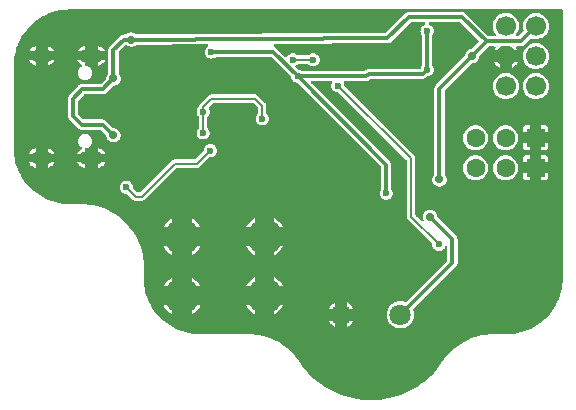
<source format=gbl>
G04 Layer: BottomLayer*
G04 EasyEDA v6.5.39, 2024-01-14 11:16:20*
G04 7225f5b682534d558e40c38ebd35b67e,4e7111fa6b144b4da7037494b399c203,10*
G04 Gerber Generator version 0.2*
G04 Scale: 100 percent, Rotated: No, Reflected: No *
G04 Dimensions in millimeters *
G04 leading zeros omitted , absolute positions ,4 integer and 5 decimal *
%FSLAX45Y45*%
%MOMM*%

%ADD10C,0.3500*%
%ADD11C,0.3000*%
%ADD12C,0.2000*%
%ADD13C,1.7000*%
%ADD14R,1.6000X1.6000*%
%ADD15C,1.6000*%
%ADD16O,1.9999959999999999X1.1999976*%
%ADD17O,1.7999964X1.1999976*%
%ADD18C,1.8000*%
%ADD19C,3.0000*%
%ADD20C,0.7000*%
%ADD21C,0.6000*%
%ADD22C,0.0176*%

%LPD*%
G36*
X3349751Y665937D02*
G01*
X3312464Y666902D01*
X3275279Y669798D01*
X3238296Y674573D01*
X3201568Y681278D01*
X3165297Y689864D01*
X3129483Y700328D01*
X3094278Y712571D01*
X3059734Y726643D01*
X3025952Y742492D01*
X2993034Y760018D01*
X2961081Y779221D01*
X2930144Y800100D01*
X2900324Y822502D01*
X2871673Y846378D01*
X2844342Y871728D01*
X2818282Y898448D01*
X2793695Y926490D01*
X2770784Y955548D01*
X2730144Y1016253D01*
X2709824Y1041603D01*
X2687929Y1065682D01*
X2664612Y1088339D01*
X2639974Y1109472D01*
X2614015Y1129080D01*
X2586939Y1147064D01*
X2558796Y1163320D01*
X2529687Y1177798D01*
X2499766Y1190447D01*
X2469083Y1201267D01*
X2437841Y1210106D01*
X2406091Y1217015D01*
X2373934Y1221994D01*
X2341575Y1224940D01*
X2309825Y1225905D01*
X1900529Y1225905D01*
X1869897Y1226870D01*
X1840280Y1229715D01*
X1810867Y1234389D01*
X1781810Y1240891D01*
X1753209Y1249222D01*
X1725168Y1259332D01*
X1697837Y1271168D01*
X1671320Y1284732D01*
X1645716Y1299921D01*
X1621078Y1316634D01*
X1597558Y1334922D01*
X1575257Y1354632D01*
X1554175Y1375714D01*
X1534515Y1398066D01*
X1516278Y1421587D01*
X1499565Y1446225D01*
X1484426Y1471879D01*
X1470914Y1498447D01*
X1459077Y1525778D01*
X1449019Y1553819D01*
X1440738Y1582420D01*
X1434287Y1611477D01*
X1429613Y1640890D01*
X1426819Y1670557D01*
X1425905Y1700530D01*
X1425905Y1799843D01*
X1424787Y1833930D01*
X1421638Y1866849D01*
X1416405Y1899462D01*
X1409141Y1931670D01*
X1399844Y1963369D01*
X1388618Y1994458D01*
X1375460Y2024735D01*
X1360373Y2054148D01*
X1343507Y2082546D01*
X1324914Y2109876D01*
X1304594Y2135936D01*
X1282700Y2160676D01*
X1259332Y2183993D01*
X1234490Y2205786D01*
X1208328Y2226005D01*
X1180998Y2244496D01*
X1152550Y2261311D01*
X1123086Y2276246D01*
X1092708Y2289302D01*
X1061618Y2300427D01*
X1029868Y2309571D01*
X997610Y2316734D01*
X964996Y2321864D01*
X932078Y2324912D01*
X899820Y2325878D01*
X800201Y2325928D01*
X769924Y2326894D01*
X740257Y2329688D01*
X710844Y2334361D01*
X681786Y2340914D01*
X653186Y2349246D01*
X625195Y2359355D01*
X597865Y2371191D01*
X571347Y2384704D01*
X545693Y2399893D01*
X521106Y2416657D01*
X497585Y2434945D01*
X475234Y2454656D01*
X454202Y2475687D01*
X434543Y2498039D01*
X416306Y2521610D01*
X399542Y2546248D01*
X384403Y2571902D01*
X370890Y2598420D01*
X359105Y2625750D01*
X349046Y2653792D01*
X340766Y2682392D01*
X334264Y2711500D01*
X329641Y2740914D01*
X326847Y2770530D01*
X325932Y2800553D01*
X325932Y3499459D01*
X326898Y3530092D01*
X329692Y3559708D01*
X334365Y3589121D01*
X340918Y3618179D01*
X349250Y3646779D01*
X359359Y3674821D01*
X371195Y3702151D01*
X384708Y3728669D01*
X399897Y3754272D01*
X416661Y3778910D01*
X434949Y3802430D01*
X454659Y3824732D01*
X475691Y3845814D01*
X498043Y3865473D01*
X521614Y3883710D01*
X546252Y3900424D01*
X571906Y3915562D01*
X598424Y3929075D01*
X625754Y3940911D01*
X653796Y3950970D01*
X682396Y3959250D01*
X711504Y3965701D01*
X740918Y3970375D01*
X770534Y3973169D01*
X800557Y3974084D01*
X4963922Y3974084D01*
X4967833Y3973322D01*
X4971084Y3971086D01*
X4973320Y3967835D01*
X4974082Y3963924D01*
X4974082Y1700530D01*
X4973116Y1669897D01*
X4970272Y1640281D01*
X4965598Y1610868D01*
X4959096Y1581810D01*
X4950764Y1553210D01*
X4940655Y1525168D01*
X4928819Y1497838D01*
X4915255Y1471320D01*
X4900066Y1445717D01*
X4883353Y1421079D01*
X4865065Y1397558D01*
X4845354Y1375257D01*
X4824272Y1354175D01*
X4801920Y1334516D01*
X4778400Y1316278D01*
X4753762Y1299565D01*
X4728108Y1284427D01*
X4701540Y1270914D01*
X4674209Y1259078D01*
X4646168Y1249019D01*
X4617567Y1240739D01*
X4588510Y1234287D01*
X4559096Y1229614D01*
X4529429Y1226820D01*
X4499457Y1225905D01*
X4390136Y1225905D01*
X4356608Y1224838D01*
X4324248Y1221740D01*
X4292092Y1216710D01*
X4260392Y1209649D01*
X4229150Y1200708D01*
X4198518Y1189786D01*
X4168597Y1177036D01*
X4139590Y1162456D01*
X4111498Y1146098D01*
X4084472Y1128014D01*
X4058615Y1108354D01*
X4033977Y1087069D01*
X4010761Y1064361D01*
X3988968Y1040231D01*
X3968292Y1014171D01*
X3929227Y955548D01*
X3905961Y926084D01*
X3881323Y898093D01*
X3855313Y871372D01*
X3827932Y846023D01*
X3799281Y822147D01*
X3769410Y799795D01*
X3738473Y778967D01*
X3706520Y759764D01*
X3673601Y742238D01*
X3639769Y726440D01*
X3605225Y712419D01*
X3570020Y700176D01*
X3534206Y689762D01*
X3497884Y681177D01*
X3461207Y674522D01*
X3424224Y669747D01*
X3387039Y666851D01*
G37*

%LPC*%
G36*
X3592728Y1274318D02*
G01*
X3607257Y1274318D01*
X3621684Y1276146D01*
X3635806Y1279804D01*
X3649319Y1285138D01*
X3662070Y1292148D01*
X3673856Y1300683D01*
X3684473Y1310690D01*
X3693769Y1321866D01*
X3701542Y1334160D01*
X3707739Y1347317D01*
X3712260Y1361186D01*
X3714953Y1375460D01*
X3715867Y1389989D01*
X3714953Y1404518D01*
X3712260Y1418793D01*
X3708755Y1429512D01*
X3708298Y1433169D01*
X3709162Y1436776D01*
X3711244Y1439824D01*
X4071823Y1800504D01*
X4076852Y1807210D01*
X4080459Y1814372D01*
X4082643Y1822043D01*
X4083405Y1830476D01*
X4083253Y2031593D01*
X4082084Y2039874D01*
X4079544Y2047493D01*
X4075633Y2054453D01*
X4070248Y2061006D01*
X3913428Y2217775D01*
X3911396Y2220671D01*
X3910533Y2224125D01*
X3910025Y2230018D01*
X3907536Y2239772D01*
X3903522Y2248966D01*
X3898036Y2257399D01*
X3891229Y2264765D01*
X3883253Y2270963D01*
X3874414Y2275738D01*
X3864914Y2278989D01*
X3855008Y2280666D01*
X3844950Y2280666D01*
X3835044Y2278989D01*
X3825544Y2275738D01*
X3816705Y2270963D01*
X3808729Y2264765D01*
X3801922Y2257399D01*
X3796436Y2248966D01*
X3792423Y2239772D01*
X3789934Y2230018D01*
X3789121Y2219960D01*
X3789934Y2209952D01*
X3792423Y2200198D01*
X3795572Y2192934D01*
X3796436Y2189073D01*
X3795725Y2185111D01*
X3793540Y2181758D01*
X3790238Y2179523D01*
X3786327Y2178710D01*
X3782415Y2179472D01*
X3779113Y2181707D01*
X3728872Y2231898D01*
X3726687Y2235200D01*
X3725926Y2239060D01*
X3725926Y2714447D01*
X3725062Y2722422D01*
X3722725Y2729585D01*
X3718915Y2736189D01*
X3715004Y2740761D01*
X3128873Y3322218D01*
X3126790Y3325164D01*
X3125876Y3328619D01*
X3125012Y3339744D01*
X3122472Y3349091D01*
X3119932Y3354628D01*
X3118967Y3358540D01*
X3119628Y3362553D01*
X3121812Y3365957D01*
X3125165Y3368243D01*
X3129127Y3369056D01*
X3309518Y3369106D01*
X3317951Y3369919D01*
X3325622Y3372256D01*
X3332683Y3376015D01*
X3339287Y3381400D01*
X3343960Y3386124D01*
X3347262Y3388309D01*
X3351123Y3389071D01*
X3789476Y3389071D01*
X3797960Y3389934D01*
X3805631Y3392220D01*
X3812692Y3396030D01*
X3819245Y3401415D01*
X3824528Y3406698D01*
X3827424Y3408730D01*
X3830828Y3409645D01*
X3834688Y3409950D01*
X3844086Y3412490D01*
X3852926Y3416604D01*
X3860901Y3422192D01*
X3867759Y3429101D01*
X3873347Y3437077D01*
X3877462Y3445865D01*
X3880002Y3455314D01*
X3880865Y3464966D01*
X3880002Y3474669D01*
X3877462Y3484118D01*
X3873347Y3492906D01*
X3867759Y3500983D01*
X3866387Y3503726D01*
X3865879Y3506774D01*
X3865879Y3753205D01*
X3866387Y3756253D01*
X3867759Y3758996D01*
X3873347Y3767074D01*
X3877462Y3775862D01*
X3880002Y3785311D01*
X3880865Y3794963D01*
X3880002Y3804665D01*
X3877462Y3814114D01*
X3873347Y3822903D01*
X3867759Y3830878D01*
X3860901Y3837787D01*
X3852926Y3843375D01*
X3845458Y3846829D01*
X3842308Y3849166D01*
X3840276Y3852468D01*
X3839616Y3856329D01*
X3840479Y3860139D01*
X3842664Y3863340D01*
X3845966Y3865473D01*
X3849776Y3866235D01*
X4098239Y3865676D01*
X4102049Y3864965D01*
X4105300Y3862832D01*
X4260748Y3711752D01*
X4263034Y3708450D01*
X4263847Y3704539D01*
X4263085Y3700576D01*
X4260850Y3697274D01*
X4207256Y3643629D01*
X4203954Y3641445D01*
X4190034Y3639007D01*
X4180535Y3635756D01*
X4171696Y3630980D01*
X4163771Y3624783D01*
X4156964Y3617417D01*
X4151477Y3608984D01*
X4147413Y3599789D01*
X4144975Y3590036D01*
X4144467Y3584244D01*
X4143552Y3580841D01*
X4141520Y3577945D01*
X3898137Y3334512D01*
X3893108Y3327806D01*
X3889552Y3320643D01*
X3887368Y3312972D01*
X3886606Y3304540D01*
X3886606Y2581402D01*
X3885895Y2577693D01*
X3883914Y2574493D01*
X3881932Y2572410D01*
X3876446Y2563977D01*
X3872433Y2554782D01*
X3869944Y2545029D01*
X3869131Y2534970D01*
X3869944Y2524963D01*
X3872433Y2515209D01*
X3876446Y2506014D01*
X3881932Y2497582D01*
X3888740Y2490216D01*
X3896715Y2484018D01*
X3905554Y2479243D01*
X3915054Y2475992D01*
X3924960Y2474315D01*
X3935018Y2474315D01*
X3944924Y2475992D01*
X3954424Y2479243D01*
X3963263Y2484018D01*
X3971239Y2490216D01*
X3978046Y2497582D01*
X3983532Y2506014D01*
X3987546Y2515209D01*
X3990035Y2524963D01*
X3990848Y2534970D01*
X3990035Y2545029D01*
X3987546Y2554782D01*
X3983532Y2563977D01*
X3978046Y2572410D01*
X3976065Y2574493D01*
X3974084Y2577693D01*
X3973423Y2581402D01*
X3973423Y3282797D01*
X3974185Y3286709D01*
X3976370Y3290011D01*
X4202734Y3516376D01*
X4206036Y3518560D01*
X4219956Y3520998D01*
X4229455Y3524250D01*
X4238294Y3529025D01*
X4246219Y3535222D01*
X4253026Y3542588D01*
X4258513Y3551021D01*
X4262577Y3560216D01*
X4265015Y3569970D01*
X4265523Y3575659D01*
X4266438Y3579063D01*
X4268470Y3582009D01*
X4345025Y3658615D01*
X4348327Y3660800D01*
X4352188Y3661562D01*
X4395470Y3661562D01*
X4399788Y3660648D01*
X4403293Y3657955D01*
X4405325Y3654044D01*
X4405477Y3649675D01*
X4403801Y3645611D01*
X4398213Y3637584D01*
X4393742Y3628948D01*
X4444187Y3628948D01*
X4444187Y3651402D01*
X4445000Y3655314D01*
X4447184Y3658615D01*
X4450486Y3660800D01*
X4454347Y3661562D01*
X4531766Y3661562D01*
X4535627Y3660800D01*
X4538929Y3658615D01*
X4541113Y3655314D01*
X4541926Y3651402D01*
X4541926Y3628948D01*
X4592370Y3628948D01*
X4587900Y3637584D01*
X4582261Y3645611D01*
X4580585Y3649675D01*
X4580788Y3654044D01*
X4582820Y3657955D01*
X4586325Y3660648D01*
X4590592Y3661562D01*
X4619599Y3661613D01*
X4627880Y3662781D01*
X4635500Y3665321D01*
X4642459Y3669233D01*
X4649012Y3674618D01*
X4701032Y3726687D01*
X4704283Y3728872D01*
X4708144Y3729634D01*
X4712106Y3728872D01*
X4725873Y3725265D01*
X4739944Y3723436D01*
X4754168Y3723436D01*
X4768240Y3725265D01*
X4782007Y3728872D01*
X4795164Y3734206D01*
X4807559Y3741165D01*
X4818938Y3749649D01*
X4829149Y3759555D01*
X4837988Y3770680D01*
X4845354Y3782822D01*
X4851095Y3795826D01*
X4855159Y3809441D01*
X4857445Y3823462D01*
X4857902Y3837635D01*
X4856530Y3851808D01*
X4853330Y3865676D01*
X4848453Y3878986D01*
X4841900Y3891584D01*
X4833721Y3903218D01*
X4824171Y3913784D01*
X4813350Y3922979D01*
X4801463Y3930700D01*
X4788662Y3936898D01*
X4775200Y3941368D01*
X4761230Y3944061D01*
X4747056Y3944975D01*
X4732883Y3944061D01*
X4718913Y3941368D01*
X4705451Y3936898D01*
X4692650Y3930700D01*
X4680712Y3922979D01*
X4669891Y3913784D01*
X4660341Y3903218D01*
X4652213Y3891584D01*
X4645660Y3878986D01*
X4640732Y3865676D01*
X4637582Y3851808D01*
X4636211Y3837635D01*
X4636668Y3823462D01*
X4638954Y3809441D01*
X4642256Y3798214D01*
X4642662Y3794607D01*
X4641799Y3791102D01*
X4639716Y3788156D01*
X4602988Y3751376D01*
X4599686Y3749192D01*
X4595774Y3748379D01*
X4587392Y3748379D01*
X4583633Y3749141D01*
X4580432Y3751173D01*
X4578197Y3754323D01*
X4577283Y3758031D01*
X4577791Y3761790D01*
X4579670Y3765143D01*
X4581906Y3767785D01*
X4589678Y3779672D01*
X4595825Y3792474D01*
X4600295Y3805986D01*
X4603038Y3819906D01*
X4603953Y3834129D01*
X4603038Y3848303D01*
X4600295Y3862222D01*
X4595825Y3875735D01*
X4589678Y3888536D01*
X4581906Y3900424D01*
X4572711Y3911244D01*
X4562195Y3920794D01*
X4550511Y3928922D01*
X4537913Y3935526D01*
X4524603Y3940403D01*
X4510735Y3943553D01*
X4496612Y3944924D01*
X4482388Y3944467D01*
X4468368Y3942232D01*
X4454753Y3938168D01*
X4441748Y3932428D01*
X4429607Y3925062D01*
X4418482Y3916172D01*
X4408627Y3906012D01*
X4400143Y3894582D01*
X4393133Y3882237D01*
X4387799Y3869029D01*
X4384192Y3855313D01*
X4382414Y3841191D01*
X4382414Y3827018D01*
X4384192Y3812895D01*
X4387799Y3799179D01*
X4393133Y3786022D01*
X4400143Y3773627D01*
X4406798Y3764635D01*
X4408627Y3760571D01*
X4408525Y3756101D01*
X4406544Y3752138D01*
X4403039Y3749395D01*
X4398670Y3748379D01*
X4351731Y3748379D01*
X4347921Y3749141D01*
X4344670Y3751275D01*
X4150309Y3940149D01*
X4142892Y3945890D01*
X4135729Y3949446D01*
X4128058Y3951681D01*
X4119626Y3952494D01*
X3668318Y3953357D01*
X3660089Y3952189D01*
X3652469Y3949649D01*
X3645509Y3945788D01*
X3638956Y3940352D01*
X3474872Y3776268D01*
X3471621Y3774084D01*
X3467760Y3773322D01*
X1366266Y3763619D01*
X1362913Y3764127D01*
X1359966Y3765753D01*
X1353261Y3770934D01*
X1344422Y3775710D01*
X1334922Y3779012D01*
X1325016Y3780637D01*
X1314958Y3780637D01*
X1305052Y3779012D01*
X1295552Y3775710D01*
X1286713Y3770934D01*
X1279753Y3765550D01*
X1276807Y3763924D01*
X1273556Y3763365D01*
X1258214Y3763314D01*
X1250086Y3762197D01*
X1242466Y3759657D01*
X1235506Y3755745D01*
X1228953Y3750360D01*
X1138174Y3659479D01*
X1133144Y3652824D01*
X1129588Y3645662D01*
X1127353Y3637991D01*
X1126591Y3629558D01*
X1126540Y3436315D01*
X1125829Y3432606D01*
X1123848Y3429406D01*
X1121968Y3427374D01*
X1116482Y3418941D01*
X1112418Y3409746D01*
X1109980Y3399993D01*
X1109472Y3394252D01*
X1108557Y3390798D01*
X1106525Y3387902D01*
X1065022Y3346348D01*
X1061720Y3344164D01*
X1057808Y3343351D01*
X902462Y3343351D01*
X897991Y3343148D01*
X894232Y3342640D01*
X890117Y3341624D01*
X886561Y3340455D01*
X882650Y3338728D01*
X879398Y3336899D01*
X875893Y3334461D01*
X872998Y3332073D01*
X869848Y3328873D01*
X798068Y3249422D01*
X793140Y3242818D01*
X789584Y3235655D01*
X787349Y3227984D01*
X786587Y3219500D01*
X786638Y3068370D01*
X787755Y3060090D01*
X790295Y3052521D01*
X794207Y3045510D01*
X799642Y3039008D01*
X870407Y2968142D01*
X877112Y2963113D01*
X884275Y2959557D01*
X891946Y2957372D01*
X900379Y2956560D01*
X1057808Y2956560D01*
X1061720Y2955798D01*
X1065022Y2953613D01*
X1106525Y2912059D01*
X1108557Y2909163D01*
X1109472Y2905709D01*
X1109980Y2899968D01*
X1112418Y2890215D01*
X1116482Y2881020D01*
X1121968Y2872587D01*
X1128776Y2865221D01*
X1136700Y2859024D01*
X1145540Y2854248D01*
X1155039Y2850997D01*
X1164996Y2849321D01*
X1175004Y2849321D01*
X1184960Y2850997D01*
X1194460Y2854248D01*
X1203299Y2859024D01*
X1211224Y2865221D01*
X1218031Y2872587D01*
X1223518Y2881020D01*
X1227582Y2890215D01*
X1230020Y2899968D01*
X1230884Y2909976D01*
X1230020Y2920034D01*
X1227582Y2929788D01*
X1223518Y2938983D01*
X1218031Y2947416D01*
X1211224Y2954782D01*
X1203299Y2960979D01*
X1194460Y2965754D01*
X1184960Y2969006D01*
X1171041Y2971444D01*
X1167739Y2973628D01*
X1109522Y3031845D01*
X1102817Y3036874D01*
X1095654Y3040430D01*
X1087983Y3042615D01*
X1079550Y3043377D01*
X922121Y3043377D01*
X918260Y3044190D01*
X914958Y3046374D01*
X876401Y3084982D01*
X874166Y3088284D01*
X873404Y3092145D01*
X873404Y3199384D01*
X874064Y3203041D01*
X876046Y3206191D01*
X918464Y3253232D01*
X921867Y3255670D01*
X926033Y3256534D01*
X1081684Y3256584D01*
X1089914Y3257753D01*
X1097534Y3260293D01*
X1104493Y3264204D01*
X1111046Y3269589D01*
X1167790Y3326333D01*
X1171092Y3328568D01*
X1184960Y3330956D01*
X1194460Y3334258D01*
X1203299Y3339033D01*
X1211224Y3345179D01*
X1218031Y3352596D01*
X1223518Y3361029D01*
X1227582Y3370224D01*
X1230020Y3379978D01*
X1230884Y3389985D01*
X1230020Y3399993D01*
X1227582Y3409746D01*
X1223518Y3418941D01*
X1218031Y3427374D01*
X1216050Y3429558D01*
X1214069Y3432759D01*
X1213358Y3436416D01*
X1213408Y3607815D01*
X1214170Y3611676D01*
X1216355Y3614978D01*
X1271219Y3669792D01*
X1274216Y3671874D01*
X1277772Y3672738D01*
X1281379Y3672332D01*
X1284630Y3670655D01*
X1286713Y3669029D01*
X1295552Y3664254D01*
X1305052Y3660952D01*
X1314958Y3659327D01*
X1325016Y3659327D01*
X1334922Y3660952D01*
X1344422Y3664254D01*
X1353261Y3669029D01*
X1360525Y3674668D01*
X1363421Y3676243D01*
X1366723Y3676802D01*
X1962912Y3679545D01*
X1967077Y3678682D01*
X1970532Y3676142D01*
X1972614Y3672433D01*
X1973021Y3668217D01*
X1971649Y3664153D01*
X1968754Y3661054D01*
X1964080Y3657752D01*
X1957222Y3650894D01*
X1951634Y3642918D01*
X1947519Y3634079D01*
X1944979Y3624681D01*
X1944116Y3614978D01*
X1944979Y3605276D01*
X1947519Y3595878D01*
X1951634Y3587038D01*
X1957222Y3579063D01*
X1964080Y3572205D01*
X1972056Y3566617D01*
X1980895Y3562502D01*
X1990293Y3559962D01*
X1999996Y3559098D01*
X2009698Y3559962D01*
X2019096Y3562502D01*
X2027936Y3566617D01*
X2035962Y3572256D01*
X2038756Y3573576D01*
X2041804Y3574084D01*
X2503830Y3574084D01*
X2507742Y3573272D01*
X2511044Y3571087D01*
X2671724Y3410458D01*
X2673705Y3407562D01*
X2674620Y3404158D01*
X2674975Y3400298D01*
X2677515Y3390900D01*
X2681630Y3382060D01*
X2687218Y3374085D01*
X2694076Y3367227D01*
X2702052Y3361639D01*
X2710891Y3357524D01*
X2720289Y3354984D01*
X2724150Y3354628D01*
X2727553Y3353714D01*
X2730449Y3351682D01*
X3436112Y2646019D01*
X3438296Y2642717D01*
X3439109Y2638856D01*
X3439109Y2461768D01*
X3438601Y2458720D01*
X3437229Y2455976D01*
X3431641Y2447899D01*
X3427526Y2439111D01*
X3424986Y2429662D01*
X3424123Y2419959D01*
X3424986Y2410307D01*
X3427526Y2400858D01*
X3431641Y2392070D01*
X3437229Y2384094D01*
X3444087Y2377186D01*
X3452063Y2371598D01*
X3460902Y2367483D01*
X3470300Y2364943D01*
X3480003Y2364130D01*
X3489706Y2364943D01*
X3499104Y2367483D01*
X3507943Y2371598D01*
X3515918Y2377186D01*
X3522776Y2384094D01*
X3528364Y2392070D01*
X3532479Y2400858D01*
X3535019Y2410307D01*
X3535883Y2419959D01*
X3535019Y2429662D01*
X3532479Y2439111D01*
X3528364Y2447899D01*
X3522726Y2455976D01*
X3521354Y2458770D01*
X3520897Y2461818D01*
X3520897Y2659481D01*
X3520084Y2667965D01*
X3517747Y2675636D01*
X3513988Y2682697D01*
X3508552Y2689250D01*
X2846120Y3351682D01*
X2843936Y3354984D01*
X2843174Y3358896D01*
X2843936Y3362756D01*
X2846120Y3366058D01*
X2849422Y3368294D01*
X2853334Y3369056D01*
X3010865Y3369056D01*
X3014827Y3368243D01*
X3018180Y3365957D01*
X3020364Y3362553D01*
X3021025Y3358540D01*
X3020060Y3354628D01*
X3017520Y3349091D01*
X3014980Y3339693D01*
X3014116Y3329990D01*
X3014980Y3320287D01*
X3017520Y3310890D01*
X3021634Y3302050D01*
X3027222Y3294075D01*
X3034080Y3287217D01*
X3042056Y3281629D01*
X3050895Y3277514D01*
X3060293Y3274974D01*
X3070250Y3274161D01*
X3074568Y3273552D01*
X3078276Y3271215D01*
X3651097Y2703017D01*
X3653282Y2699715D01*
X3654094Y2695803D01*
X3654094Y2220518D01*
X3654907Y2212543D01*
X3657244Y2205431D01*
X3661054Y2198827D01*
X3664864Y2194306D01*
X3866184Y1993087D01*
X3868521Y1989378D01*
X3869131Y1984959D01*
X3869944Y1975307D01*
X3872484Y1965858D01*
X3876598Y1957070D01*
X3882186Y1949094D01*
X3889095Y1942185D01*
X3897071Y1936597D01*
X3905859Y1932482D01*
X3915308Y1929942D01*
X3925011Y1929130D01*
X3934663Y1929942D01*
X3944112Y1932482D01*
X3952900Y1936597D01*
X3960876Y1942185D01*
X3967784Y1949094D01*
X3973372Y1957070D01*
X3977132Y1965147D01*
X3979418Y1968296D01*
X3982770Y1970328D01*
X3986580Y1970989D01*
X3990390Y1970125D01*
X3993591Y1967941D01*
X3995775Y1964689D01*
X3996486Y1960829D01*
X3996588Y1852168D01*
X3995775Y1848307D01*
X3993591Y1845005D01*
X3649878Y1501241D01*
X3646627Y1499057D01*
X3642817Y1498244D01*
X3638956Y1498955D01*
X3635806Y1500225D01*
X3621684Y1503832D01*
X3607257Y1505661D01*
X3592728Y1505661D01*
X3578301Y1503832D01*
X3564178Y1500225D01*
X3550665Y1494840D01*
X3537915Y1487830D01*
X3526129Y1479296D01*
X3515512Y1469339D01*
X3506215Y1458112D01*
X3498443Y1445818D01*
X3492246Y1432661D01*
X3487724Y1418793D01*
X3485032Y1404518D01*
X3484118Y1389989D01*
X3485032Y1375460D01*
X3487724Y1361186D01*
X3492246Y1347317D01*
X3498443Y1334160D01*
X3506215Y1321866D01*
X3515512Y1310690D01*
X3526129Y1300683D01*
X3537915Y1292148D01*
X3550665Y1285138D01*
X3564178Y1279804D01*
X3578301Y1276146D01*
G37*
G36*
X3151327Y1286256D02*
G01*
X3162096Y1292148D01*
X3173882Y1300683D01*
X3184448Y1310690D01*
X3193745Y1321866D01*
X3201568Y1334160D01*
X3203651Y1338630D01*
X3151327Y1338630D01*
G37*
G36*
X3048660Y1286256D02*
G01*
X3048660Y1338630D01*
X2996336Y1338630D01*
X2998419Y1334160D01*
X3006242Y1321866D01*
X3015538Y1310690D01*
X3026105Y1300683D01*
X3037890Y1292148D01*
G37*
G36*
X2368651Y1394256D02*
G01*
X2368651Y1468628D01*
X2294280Y1468628D01*
X2299208Y1459433D01*
X2309317Y1444447D01*
X2320899Y1430528D01*
X2333853Y1417878D01*
X2348077Y1406652D01*
X2363368Y1396898D01*
G37*
G36*
X1831339Y1394256D02*
G01*
X1836623Y1396898D01*
X1851914Y1406652D01*
X1866138Y1417878D01*
X1879092Y1430528D01*
X1890674Y1444447D01*
X1900783Y1459433D01*
X1905711Y1468628D01*
X1831339Y1468628D01*
G37*
G36*
X1668627Y1394256D02*
G01*
X1668627Y1468628D01*
X1594307Y1468628D01*
X1599184Y1459433D01*
X1609293Y1444447D01*
X1620926Y1430528D01*
X1633880Y1417878D01*
X1648104Y1406652D01*
X1663344Y1396898D01*
G37*
G36*
X2531364Y1394256D02*
G01*
X2536647Y1396898D01*
X2551887Y1406652D01*
X2566111Y1417878D01*
X2579065Y1430528D01*
X2590698Y1444447D01*
X2600807Y1459433D01*
X2605684Y1468628D01*
X2531364Y1468628D01*
G37*
G36*
X3151327Y1441348D02*
G01*
X3203651Y1441348D01*
X3201568Y1445818D01*
X3193745Y1458112D01*
X3184448Y1469339D01*
X3173882Y1479296D01*
X3162096Y1487830D01*
X3151327Y1493774D01*
G37*
G36*
X2996336Y1441348D02*
G01*
X3048660Y1441348D01*
X3048660Y1493774D01*
X3037890Y1487830D01*
X3026105Y1479296D01*
X3015538Y1469339D01*
X3006242Y1458112D01*
X2998419Y1445818D01*
G37*
G36*
X2294128Y1631340D02*
G01*
X2368651Y1631340D01*
X2368651Y1705813D01*
X2355596Y1698396D01*
X2340813Y1687931D01*
X2327249Y1675942D01*
X2314905Y1662684D01*
X2304084Y1648206D01*
X2294737Y1632661D01*
G37*
G36*
X1831339Y1631340D02*
G01*
X1905863Y1631340D01*
X1905254Y1632661D01*
X1895906Y1648206D01*
X1885086Y1662684D01*
X1872742Y1675942D01*
X1859178Y1687931D01*
X1844395Y1698396D01*
X1831339Y1705813D01*
G37*
G36*
X1594104Y1631340D02*
G01*
X1668627Y1631340D01*
X1668627Y1705813D01*
X1655572Y1698396D01*
X1640839Y1687931D01*
X1627225Y1675942D01*
X1614932Y1662684D01*
X1604060Y1648206D01*
X1594713Y1632661D01*
G37*
G36*
X2531364Y1631340D02*
G01*
X2605887Y1631340D01*
X2605278Y1632661D01*
X2595930Y1648206D01*
X2585059Y1662684D01*
X2572766Y1675942D01*
X2559151Y1687931D01*
X2544419Y1698396D01*
X2531364Y1705813D01*
G37*
G36*
X2531364Y1894281D02*
G01*
X2536647Y1896922D01*
X2551887Y1906625D01*
X2566111Y1917852D01*
X2579065Y1930501D01*
X2590698Y1944420D01*
X2600807Y1959457D01*
X2605684Y1968652D01*
X2531364Y1968652D01*
G37*
G36*
X1831339Y1894281D02*
G01*
X1836623Y1896922D01*
X1851914Y1906625D01*
X1866138Y1917852D01*
X1879092Y1930501D01*
X1890674Y1944420D01*
X1900783Y1959457D01*
X1905711Y1968652D01*
X1831339Y1968652D01*
G37*
G36*
X1668627Y1894281D02*
G01*
X1668627Y1968652D01*
X1594307Y1968652D01*
X1599184Y1959457D01*
X1609293Y1944420D01*
X1620926Y1930501D01*
X1633880Y1917852D01*
X1648104Y1906625D01*
X1663344Y1896922D01*
G37*
G36*
X2368651Y1894281D02*
G01*
X2368651Y1968652D01*
X2294280Y1968652D01*
X2299208Y1959457D01*
X2309317Y1944420D01*
X2320899Y1930501D01*
X2333853Y1917852D01*
X2348077Y1906625D01*
X2363368Y1896922D01*
G37*
G36*
X2531364Y2131364D02*
G01*
X2605887Y2131364D01*
X2605278Y2132685D01*
X2595930Y2148179D01*
X2585059Y2162657D01*
X2572766Y2175967D01*
X2559151Y2187905D01*
X2544419Y2198420D01*
X2531364Y2205786D01*
G37*
G36*
X1831339Y2131364D02*
G01*
X1905863Y2131364D01*
X1905254Y2132685D01*
X1895906Y2148179D01*
X1885086Y2162657D01*
X1872742Y2175967D01*
X1859178Y2187905D01*
X1844395Y2198420D01*
X1831339Y2205786D01*
G37*
G36*
X1594104Y2131364D02*
G01*
X1668627Y2131364D01*
X1668627Y2205786D01*
X1655572Y2198420D01*
X1640839Y2187905D01*
X1627225Y2175967D01*
X1614932Y2162657D01*
X1604060Y2148179D01*
X1594713Y2132685D01*
G37*
G36*
X2294128Y2131364D02*
G01*
X2368651Y2131364D01*
X2368651Y2205786D01*
X2355596Y2198420D01*
X2340813Y2187905D01*
X2327249Y2175967D01*
X2314905Y2162657D01*
X2304084Y2148179D01*
X2294737Y2132685D01*
G37*
G36*
X1360373Y2354072D02*
G01*
X1409446Y2354072D01*
X1417472Y2354935D01*
X1424584Y2357221D01*
X1431188Y2361082D01*
X1435658Y2364892D01*
X1701901Y2631135D01*
X1705203Y2633319D01*
X1709064Y2634081D01*
X1879447Y2634081D01*
X1887474Y2634945D01*
X1894586Y2637231D01*
X1901189Y2641041D01*
X1905660Y2644902D01*
X1981962Y2721203D01*
X1985670Y2723540D01*
X1989988Y2724150D01*
X1999691Y2724962D01*
X2009089Y2727502D01*
X2017928Y2731617D01*
X2025904Y2737205D01*
X2032762Y2744114D01*
X2038350Y2752090D01*
X2042464Y2760878D01*
X2045004Y2770327D01*
X2045868Y2779979D01*
X2045004Y2789682D01*
X2042464Y2799130D01*
X2038350Y2807919D01*
X2032762Y2815894D01*
X2025904Y2822803D01*
X2017928Y2828391D01*
X2009089Y2832506D01*
X1999691Y2835046D01*
X1989988Y2835859D01*
X1980285Y2835046D01*
X1970887Y2832506D01*
X1962048Y2828391D01*
X1954072Y2822803D01*
X1947214Y2815894D01*
X1941626Y2807919D01*
X1937512Y2799130D01*
X1934972Y2789682D01*
X1933549Y2775661D01*
X1931162Y2771952D01*
X1868119Y2708859D01*
X1864817Y2706674D01*
X1860905Y2705912D01*
X1690522Y2705912D01*
X1682546Y2705049D01*
X1675434Y2702763D01*
X1668830Y2698953D01*
X1664309Y2695092D01*
X1398117Y2428900D01*
X1394815Y2426665D01*
X1390904Y2425903D01*
X1379067Y2425903D01*
X1375206Y2426665D01*
X1371904Y2428900D01*
X1338834Y2461971D01*
X1336446Y2465628D01*
X1335024Y2479700D01*
X1332484Y2489098D01*
X1328369Y2497937D01*
X1322781Y2505913D01*
X1315923Y2512771D01*
X1307947Y2518359D01*
X1299108Y2522474D01*
X1289710Y2525014D01*
X1280007Y2525877D01*
X1270304Y2525014D01*
X1260906Y2522474D01*
X1252067Y2518359D01*
X1244092Y2512771D01*
X1237234Y2505913D01*
X1231646Y2497937D01*
X1227531Y2489098D01*
X1224991Y2479700D01*
X1224127Y2469997D01*
X1224991Y2460294D01*
X1227531Y2450896D01*
X1231646Y2442057D01*
X1237234Y2434082D01*
X1244092Y2427224D01*
X1252067Y2421636D01*
X1260906Y2417521D01*
X1270304Y2414981D01*
X1284325Y2413558D01*
X1288034Y2411171D01*
X1334211Y2364994D01*
X1340459Y2359914D01*
X1347165Y2356510D01*
X1354531Y2354529D01*
G37*
G36*
X4790287Y2527046D02*
G01*
X4823409Y2527046D01*
X4829708Y2527757D01*
X4835194Y2529687D01*
X4840071Y2532735D01*
X4844186Y2536850D01*
X4847234Y2541727D01*
X4849164Y2547213D01*
X4849876Y2553512D01*
X4849876Y2586634D01*
X4790287Y2586634D01*
G37*
G36*
X4664506Y2527046D02*
G01*
X4697628Y2527046D01*
X4697628Y2586634D01*
X4638040Y2586634D01*
X4638040Y2553512D01*
X4638751Y2547213D01*
X4640681Y2541727D01*
X4643729Y2536850D01*
X4647844Y2532735D01*
X4652721Y2529687D01*
X4658207Y2527757D01*
G37*
G36*
X4235958Y2527096D02*
G01*
X4249775Y2527960D01*
X4263339Y2530703D01*
X4276496Y2535123D01*
X4288891Y2541270D01*
X4300423Y2548940D01*
X4310837Y2558084D01*
X4319981Y2568498D01*
X4327652Y2580030D01*
X4333798Y2592425D01*
X4338218Y2605582D01*
X4340961Y2619146D01*
X4341825Y2632964D01*
X4340961Y2646781D01*
X4338218Y2660345D01*
X4333798Y2673502D01*
X4327652Y2685897D01*
X4319981Y2697429D01*
X4310837Y2707843D01*
X4300423Y2716987D01*
X4288891Y2724658D01*
X4276496Y2730804D01*
X4263339Y2735224D01*
X4249775Y2737967D01*
X4235958Y2738831D01*
X4222140Y2737967D01*
X4208576Y2735224D01*
X4195419Y2730804D01*
X4183024Y2724658D01*
X4171492Y2716987D01*
X4161078Y2707843D01*
X4151934Y2697429D01*
X4144264Y2685897D01*
X4138117Y2673502D01*
X4133697Y2660345D01*
X4130954Y2646781D01*
X4130090Y2632964D01*
X4130954Y2619146D01*
X4133697Y2605582D01*
X4138117Y2592425D01*
X4144264Y2580030D01*
X4151934Y2568498D01*
X4161078Y2558084D01*
X4171492Y2548940D01*
X4183024Y2541270D01*
X4195419Y2535123D01*
X4208576Y2530703D01*
X4222140Y2527960D01*
G37*
G36*
X4489958Y2527096D02*
G01*
X4503775Y2527960D01*
X4517339Y2530703D01*
X4530496Y2535123D01*
X4542891Y2541270D01*
X4554423Y2548940D01*
X4564837Y2558084D01*
X4573981Y2568498D01*
X4581652Y2580030D01*
X4587798Y2592425D01*
X4592218Y2605582D01*
X4594961Y2619146D01*
X4595825Y2632964D01*
X4594961Y2646781D01*
X4592218Y2660345D01*
X4587798Y2673502D01*
X4581652Y2685897D01*
X4573981Y2697429D01*
X4564837Y2707843D01*
X4554423Y2716987D01*
X4542891Y2724658D01*
X4530496Y2730804D01*
X4517339Y2735224D01*
X4503775Y2737967D01*
X4489958Y2738831D01*
X4476140Y2737967D01*
X4462576Y2735224D01*
X4449419Y2730804D01*
X4437024Y2724658D01*
X4425492Y2716987D01*
X4415078Y2707843D01*
X4405934Y2697429D01*
X4398264Y2685897D01*
X4392117Y2673502D01*
X4387697Y2660345D01*
X4384954Y2646781D01*
X4384090Y2632964D01*
X4384954Y2619146D01*
X4387697Y2605582D01*
X4392117Y2592425D01*
X4398264Y2580030D01*
X4405934Y2568498D01*
X4415078Y2558084D01*
X4425492Y2548940D01*
X4437024Y2541270D01*
X4449419Y2535123D01*
X4462576Y2530703D01*
X4476140Y2527960D01*
G37*
G36*
X1038860Y2633370D02*
G01*
X1046683Y2635097D01*
X1058164Y2639364D01*
X1068933Y2645257D01*
X1078738Y2652572D01*
X1087424Y2661259D01*
X1094740Y2671064D01*
X1100277Y2681122D01*
X1038860Y2681122D01*
G37*
G36*
X926134Y2633370D02*
G01*
X926134Y2681122D01*
X864768Y2681122D01*
X870254Y2671064D01*
X877569Y2661259D01*
X886256Y2652572D01*
X896061Y2645257D01*
X906830Y2639364D01*
X918311Y2635097D01*
G37*
G36*
X613867Y2634488D02*
G01*
X616712Y2635097D01*
X628192Y2639364D01*
X638911Y2645257D01*
X648766Y2652572D01*
X657402Y2661259D01*
X664768Y2671064D01*
X670255Y2681122D01*
X613867Y2681122D01*
G37*
G36*
X511149Y2634488D02*
G01*
X511149Y2681122D01*
X454761Y2681122D01*
X460248Y2671064D01*
X467614Y2661259D01*
X476250Y2652572D01*
X486054Y2645257D01*
X496824Y2639364D01*
X508304Y2635097D01*
G37*
G36*
X4790287Y2679293D02*
G01*
X4849876Y2679293D01*
X4849876Y2712415D01*
X4849164Y2718714D01*
X4847234Y2724200D01*
X4844186Y2729077D01*
X4840071Y2733192D01*
X4835194Y2736240D01*
X4829708Y2738170D01*
X4823409Y2738882D01*
X4790287Y2738882D01*
G37*
G36*
X4638040Y2679293D02*
G01*
X4697628Y2679293D01*
X4697628Y2738882D01*
X4664506Y2738882D01*
X4658207Y2738170D01*
X4652721Y2736240D01*
X4647844Y2733192D01*
X4643729Y2729077D01*
X4640681Y2724200D01*
X4638751Y2718714D01*
X4638040Y2712415D01*
G37*
G36*
X454761Y2753817D02*
G01*
X511149Y2753817D01*
X511149Y2800502D01*
X508304Y2799892D01*
X496824Y2795625D01*
X486054Y2789732D01*
X476250Y2782366D01*
X467614Y2773730D01*
X460248Y2763926D01*
G37*
G36*
X613867Y2753817D02*
G01*
X670255Y2753817D01*
X664768Y2763926D01*
X657402Y2773730D01*
X648766Y2782366D01*
X638911Y2789732D01*
X628192Y2795625D01*
X616712Y2799892D01*
X613867Y2800502D01*
G37*
G36*
X1038860Y2753817D02*
G01*
X1100277Y2753817D01*
X1094740Y2763926D01*
X1087424Y2773730D01*
X1078738Y2782366D01*
X1068933Y2789732D01*
X1058164Y2795625D01*
X1046683Y2799892D01*
X1038860Y2801620D01*
G37*
G36*
X864768Y2753817D02*
G01*
X926134Y2753817D01*
X926134Y2790139D01*
X926795Y2793644D01*
X928573Y2796743D01*
X931316Y2798978D01*
X934669Y2800197D01*
X945438Y2801975D01*
X954938Y2805226D01*
X963777Y2810002D01*
X971753Y2816199D01*
X978560Y2823565D01*
X984046Y2831998D01*
X988060Y2841193D01*
X990549Y2850946D01*
X991362Y2860954D01*
X990549Y2871012D01*
X988060Y2880766D01*
X984046Y2889961D01*
X978560Y2898394D01*
X971753Y2905760D01*
X963777Y2911957D01*
X954938Y2916732D01*
X945438Y2919984D01*
X935532Y2921660D01*
X925474Y2921660D01*
X915568Y2919984D01*
X906068Y2916732D01*
X897229Y2911957D01*
X889253Y2905760D01*
X882446Y2898394D01*
X876960Y2889961D01*
X872947Y2880766D01*
X870458Y2871012D01*
X869645Y2860954D01*
X870458Y2850946D01*
X872947Y2841193D01*
X876960Y2831998D01*
X882446Y2823565D01*
X889253Y2816199D01*
X897229Y2810002D01*
X898855Y2809138D01*
X902157Y2806293D01*
X903935Y2802382D01*
X903935Y2798064D01*
X902157Y2794101D01*
X898906Y2791256D01*
X896061Y2789732D01*
X886256Y2782366D01*
X877569Y2773730D01*
X870254Y2763926D01*
G37*
G36*
X4790287Y2781046D02*
G01*
X4823409Y2781046D01*
X4829708Y2781757D01*
X4835194Y2783687D01*
X4840071Y2786735D01*
X4844186Y2790850D01*
X4847234Y2795727D01*
X4849164Y2801213D01*
X4849876Y2807512D01*
X4849876Y2840634D01*
X4790287Y2840634D01*
G37*
G36*
X4664506Y2781046D02*
G01*
X4697628Y2781046D01*
X4697628Y2840634D01*
X4638040Y2840634D01*
X4638040Y2807512D01*
X4638751Y2801213D01*
X4640681Y2795727D01*
X4643729Y2790850D01*
X4647844Y2786735D01*
X4652721Y2783687D01*
X4658207Y2781757D01*
G37*
G36*
X4235958Y2781096D02*
G01*
X4249775Y2781960D01*
X4263339Y2784703D01*
X4276496Y2789123D01*
X4288891Y2795270D01*
X4300423Y2802940D01*
X4310837Y2812084D01*
X4319981Y2822498D01*
X4327652Y2834030D01*
X4333798Y2846425D01*
X4338218Y2859582D01*
X4340961Y2873146D01*
X4341825Y2886964D01*
X4340961Y2900781D01*
X4338218Y2914345D01*
X4333798Y2927502D01*
X4327652Y2939897D01*
X4319981Y2951429D01*
X4310837Y2961843D01*
X4300423Y2970987D01*
X4288891Y2978658D01*
X4276496Y2984804D01*
X4263339Y2989224D01*
X4249775Y2991967D01*
X4235958Y2992831D01*
X4222140Y2991967D01*
X4208576Y2989224D01*
X4195419Y2984804D01*
X4183024Y2978658D01*
X4171492Y2970987D01*
X4161078Y2961843D01*
X4151934Y2951429D01*
X4144264Y2939897D01*
X4138117Y2927502D01*
X4133697Y2914345D01*
X4130954Y2900781D01*
X4130090Y2886964D01*
X4130954Y2873146D01*
X4133697Y2859582D01*
X4138117Y2846425D01*
X4144264Y2834030D01*
X4151934Y2822498D01*
X4161078Y2812084D01*
X4171492Y2802940D01*
X4183024Y2795270D01*
X4195419Y2789123D01*
X4208576Y2784703D01*
X4222140Y2781960D01*
G37*
G36*
X4489958Y2781096D02*
G01*
X4503775Y2781960D01*
X4517339Y2784703D01*
X4530496Y2789123D01*
X4542891Y2795270D01*
X4554423Y2802940D01*
X4564837Y2812084D01*
X4573981Y2822498D01*
X4581652Y2834030D01*
X4587798Y2846425D01*
X4592218Y2859582D01*
X4594961Y2873146D01*
X4595825Y2886964D01*
X4594961Y2900781D01*
X4592218Y2914345D01*
X4587798Y2927502D01*
X4581652Y2939897D01*
X4573981Y2951429D01*
X4564837Y2961843D01*
X4554423Y2970987D01*
X4542891Y2978658D01*
X4530496Y2984804D01*
X4517339Y2989224D01*
X4503775Y2991967D01*
X4489958Y2992831D01*
X4476140Y2991967D01*
X4462576Y2989224D01*
X4449419Y2984804D01*
X4437024Y2978658D01*
X4425492Y2970987D01*
X4415078Y2961843D01*
X4405934Y2951429D01*
X4398264Y2939897D01*
X4392117Y2927502D01*
X4387697Y2914345D01*
X4384954Y2900781D01*
X4384090Y2886964D01*
X4384954Y2873146D01*
X4387697Y2859582D01*
X4392117Y2846425D01*
X4398264Y2834030D01*
X4405934Y2822498D01*
X4415078Y2812084D01*
X4425492Y2802940D01*
X4437024Y2795270D01*
X4449419Y2789123D01*
X4462576Y2784703D01*
X4476140Y2781960D01*
G37*
G36*
X1929993Y2874111D02*
G01*
X1939696Y2874975D01*
X1949094Y2877515D01*
X1957933Y2881630D01*
X1965909Y2887218D01*
X1972767Y2894076D01*
X1978355Y2902051D01*
X1982470Y2910890D01*
X1985010Y2920288D01*
X1985873Y2929991D01*
X1985010Y2939694D01*
X1982470Y2949092D01*
X1978355Y2957931D01*
X1972767Y2965907D01*
X1968855Y2969818D01*
X1966671Y2973120D01*
X1965909Y2976981D01*
X1965909Y3062986D01*
X1966671Y3066897D01*
X1968855Y3070199D01*
X1972767Y3074111D01*
X1978355Y3082086D01*
X1982470Y3090875D01*
X1985010Y3100324D01*
X1985873Y3109976D01*
X1985010Y3119678D01*
X1982470Y3129127D01*
X1978304Y3138068D01*
X1977389Y3142081D01*
X1978101Y3146094D01*
X1980336Y3149549D01*
X2011883Y3181096D01*
X2015185Y3183331D01*
X2019096Y3184093D01*
X2350922Y3184093D01*
X2354783Y3183331D01*
X2358085Y3181096D01*
X2391105Y3148076D01*
X2393289Y3144824D01*
X2394102Y3140913D01*
X2394102Y3096971D01*
X2393289Y3093110D01*
X2391105Y3089808D01*
X2387193Y3085896D01*
X2381605Y3077921D01*
X2377490Y3069082D01*
X2374950Y3059684D01*
X2374138Y3049981D01*
X2374950Y3040278D01*
X2377490Y3030880D01*
X2381605Y3022041D01*
X2387193Y3014065D01*
X2394102Y3007207D01*
X2402078Y3001619D01*
X2410866Y2997504D01*
X2420315Y2994964D01*
X2430018Y2994101D01*
X2439670Y2994964D01*
X2449118Y2997504D01*
X2457907Y3001619D01*
X2465882Y3007207D01*
X2472791Y3014065D01*
X2478379Y3022041D01*
X2482494Y3030880D01*
X2485034Y3040278D01*
X2485847Y3049981D01*
X2485034Y3059684D01*
X2482494Y3069082D01*
X2478379Y3077921D01*
X2472791Y3085896D01*
X2468880Y3089808D01*
X2466695Y3093110D01*
X2465882Y3096971D01*
X2465882Y3159455D01*
X2465070Y3167430D01*
X2462733Y3174593D01*
X2458923Y3181197D01*
X2455113Y3185668D01*
X2395778Y3245002D01*
X2389530Y3250082D01*
X2382824Y3253486D01*
X2375458Y3255416D01*
X2369616Y3255924D01*
X2000504Y3255924D01*
X1992528Y3255060D01*
X1985416Y3252724D01*
X1978812Y3248914D01*
X1974342Y3245104D01*
X1905000Y3175762D01*
X1899920Y3169513D01*
X1896516Y3162858D01*
X1894433Y3155086D01*
X1893417Y3152648D01*
X1891842Y3150514D01*
X1887220Y3145891D01*
X1881632Y3137916D01*
X1877517Y3129127D01*
X1874977Y3119678D01*
X1874113Y3109976D01*
X1874977Y3100324D01*
X1877517Y3090875D01*
X1881632Y3082086D01*
X1887220Y3074111D01*
X1891131Y3070148D01*
X1893316Y3066897D01*
X1894078Y3062986D01*
X1894078Y2976981D01*
X1893316Y2973120D01*
X1891131Y2969818D01*
X1887220Y2965907D01*
X1881632Y2957931D01*
X1877517Y2949092D01*
X1874977Y2939694D01*
X1874113Y2929991D01*
X1874977Y2920288D01*
X1877517Y2910890D01*
X1881632Y2902051D01*
X1887220Y2894076D01*
X1894078Y2887218D01*
X1902053Y2881630D01*
X1910892Y2877515D01*
X1920290Y2874975D01*
G37*
G36*
X4790287Y2933293D02*
G01*
X4849876Y2933293D01*
X4849876Y2966415D01*
X4849164Y2972714D01*
X4847234Y2978200D01*
X4844186Y2983077D01*
X4840071Y2987192D01*
X4835194Y2990240D01*
X4829708Y2992170D01*
X4823409Y2992882D01*
X4790287Y2992882D01*
G37*
G36*
X4638040Y2933293D02*
G01*
X4697628Y2933293D01*
X4697628Y2992882D01*
X4664506Y2992882D01*
X4658207Y2992170D01*
X4652721Y2990240D01*
X4647844Y2987192D01*
X4643729Y2983077D01*
X4640681Y2978200D01*
X4638751Y2972714D01*
X4638040Y2966415D01*
G37*
G36*
X4485944Y3215436D02*
G01*
X4500168Y3215436D01*
X4514240Y3217265D01*
X4528007Y3220872D01*
X4541164Y3226206D01*
X4553559Y3233166D01*
X4564938Y3241649D01*
X4575149Y3251555D01*
X4583988Y3262680D01*
X4591354Y3274822D01*
X4597095Y3287826D01*
X4601159Y3301441D01*
X4603445Y3315462D01*
X4603902Y3329635D01*
X4602530Y3343808D01*
X4599330Y3357676D01*
X4594453Y3370986D01*
X4587900Y3383584D01*
X4579721Y3395218D01*
X4570171Y3405784D01*
X4559350Y3414979D01*
X4547463Y3422700D01*
X4534662Y3428898D01*
X4521200Y3433368D01*
X4507230Y3436061D01*
X4493056Y3436975D01*
X4478883Y3436061D01*
X4464913Y3433368D01*
X4451451Y3428898D01*
X4438650Y3422700D01*
X4426712Y3414979D01*
X4415891Y3405784D01*
X4406341Y3395218D01*
X4398213Y3383584D01*
X4391660Y3370986D01*
X4386732Y3357676D01*
X4383582Y3343808D01*
X4382211Y3329635D01*
X4382668Y3315462D01*
X4384954Y3301441D01*
X4388967Y3287826D01*
X4394758Y3274822D01*
X4402124Y3262680D01*
X4410964Y3251555D01*
X4421174Y3241649D01*
X4432554Y3233166D01*
X4444949Y3226206D01*
X4458106Y3220872D01*
X4471873Y3217265D01*
G37*
G36*
X4739944Y3215436D02*
G01*
X4754168Y3215436D01*
X4768240Y3217265D01*
X4782007Y3220872D01*
X4795164Y3226206D01*
X4807559Y3233166D01*
X4818938Y3241649D01*
X4829149Y3251555D01*
X4837988Y3262680D01*
X4845354Y3274822D01*
X4851095Y3287826D01*
X4855159Y3301441D01*
X4857445Y3315462D01*
X4857902Y3329635D01*
X4856530Y3343808D01*
X4853330Y3357676D01*
X4848453Y3370986D01*
X4841900Y3383584D01*
X4833721Y3395218D01*
X4824171Y3405784D01*
X4813350Y3414979D01*
X4801463Y3422700D01*
X4788662Y3428898D01*
X4775200Y3433368D01*
X4761230Y3436061D01*
X4747056Y3436975D01*
X4732883Y3436061D01*
X4718913Y3433368D01*
X4705451Y3428898D01*
X4692650Y3422700D01*
X4680712Y3414979D01*
X4669891Y3405784D01*
X4660341Y3395218D01*
X4652213Y3383584D01*
X4645660Y3370986D01*
X4640732Y3357676D01*
X4637582Y3343808D01*
X4636211Y3329635D01*
X4636668Y3315462D01*
X4638954Y3301441D01*
X4642967Y3287826D01*
X4648758Y3274822D01*
X4656124Y3262680D01*
X4664964Y3251555D01*
X4675174Y3241649D01*
X4686554Y3233166D01*
X4698949Y3226206D01*
X4712106Y3220872D01*
X4725873Y3217265D01*
G37*
G36*
X925474Y3378301D02*
G01*
X935532Y3378301D01*
X945438Y3379978D01*
X954938Y3383229D01*
X963777Y3388004D01*
X971753Y3394201D01*
X978560Y3401568D01*
X984046Y3410000D01*
X988060Y3419195D01*
X990549Y3428949D01*
X991362Y3438956D01*
X990549Y3449015D01*
X988060Y3458768D01*
X984046Y3467963D01*
X978560Y3476396D01*
X971753Y3483762D01*
X963777Y3489960D01*
X954938Y3494735D01*
X945438Y3497986D01*
X934669Y3499764D01*
X931316Y3500983D01*
X928573Y3503218D01*
X926795Y3506317D01*
X926134Y3509822D01*
X926134Y3546144D01*
X864768Y3546144D01*
X870254Y3536035D01*
X877620Y3526231D01*
X886256Y3517595D01*
X896061Y3510229D01*
X898906Y3508705D01*
X902157Y3505860D01*
X903986Y3501898D01*
X903935Y3497579D01*
X902157Y3493668D01*
X898855Y3490823D01*
X897229Y3489960D01*
X889253Y3483762D01*
X882446Y3476396D01*
X876960Y3467963D01*
X872947Y3458768D01*
X870458Y3449015D01*
X869645Y3438956D01*
X870458Y3428949D01*
X872947Y3419195D01*
X876960Y3410000D01*
X882446Y3401568D01*
X889253Y3394201D01*
X897229Y3388004D01*
X906068Y3383229D01*
X915568Y3379978D01*
G37*
G36*
X4739944Y3469436D02*
G01*
X4754168Y3469436D01*
X4768240Y3471265D01*
X4782007Y3474872D01*
X4795164Y3480206D01*
X4807559Y3487165D01*
X4818938Y3495649D01*
X4829149Y3505555D01*
X4837988Y3516680D01*
X4845354Y3528822D01*
X4851095Y3541826D01*
X4855159Y3555441D01*
X4857445Y3569462D01*
X4857902Y3583635D01*
X4856530Y3597808D01*
X4853330Y3611676D01*
X4848453Y3624986D01*
X4841900Y3637584D01*
X4833721Y3649218D01*
X4824171Y3659784D01*
X4813350Y3668979D01*
X4801463Y3676700D01*
X4788662Y3682898D01*
X4775200Y3687368D01*
X4761230Y3690061D01*
X4747056Y3690975D01*
X4732883Y3690061D01*
X4718913Y3687368D01*
X4705451Y3682898D01*
X4692650Y3676700D01*
X4680712Y3668979D01*
X4669891Y3659784D01*
X4660341Y3649218D01*
X4652213Y3637584D01*
X4645660Y3624986D01*
X4640732Y3611676D01*
X4637582Y3597808D01*
X4636211Y3583635D01*
X4636668Y3569462D01*
X4638954Y3555441D01*
X4642967Y3541826D01*
X4648758Y3528822D01*
X4656124Y3516680D01*
X4664964Y3505555D01*
X4675174Y3495649D01*
X4686554Y3487165D01*
X4698949Y3480206D01*
X4712106Y3474872D01*
X4725873Y3471265D01*
G37*
G36*
X4541926Y3480612D02*
G01*
X4553559Y3487165D01*
X4564938Y3495649D01*
X4575149Y3505555D01*
X4583988Y3516680D01*
X4591354Y3528822D01*
X4592421Y3531260D01*
X4541926Y3531260D01*
G37*
G36*
X4444187Y3480612D02*
G01*
X4444187Y3531260D01*
X4393641Y3531260D01*
X4394758Y3528822D01*
X4402124Y3516680D01*
X4410964Y3505555D01*
X4421174Y3495649D01*
X4432554Y3487165D01*
G37*
G36*
X1038860Y3498392D02*
G01*
X1046683Y3500069D01*
X1058164Y3504387D01*
X1068933Y3510229D01*
X1078738Y3517595D01*
X1087424Y3526231D01*
X1094740Y3536035D01*
X1100277Y3546144D01*
X1038860Y3546144D01*
G37*
G36*
X613867Y3499459D02*
G01*
X616712Y3500069D01*
X628192Y3504387D01*
X638911Y3510229D01*
X648766Y3517595D01*
X657402Y3526231D01*
X664768Y3536035D01*
X670255Y3546144D01*
X613867Y3546144D01*
G37*
G36*
X511149Y3499459D02*
G01*
X511149Y3546144D01*
X454761Y3546144D01*
X460248Y3536035D01*
X467614Y3526231D01*
X476250Y3517595D01*
X486054Y3510229D01*
X496824Y3504387D01*
X508304Y3500069D01*
G37*
G36*
X454761Y3618839D02*
G01*
X511149Y3618839D01*
X511149Y3665524D01*
X508304Y3664915D01*
X496824Y3660597D01*
X486054Y3654755D01*
X476250Y3647389D01*
X467614Y3638702D01*
X460248Y3628898D01*
G37*
G36*
X613867Y3618839D02*
G01*
X670255Y3618839D01*
X664768Y3628898D01*
X657402Y3638702D01*
X648766Y3647389D01*
X638911Y3654755D01*
X628192Y3660597D01*
X616712Y3664915D01*
X613867Y3665524D01*
G37*
G36*
X864768Y3618839D02*
G01*
X926134Y3618839D01*
X926134Y3666591D01*
X918311Y3664915D01*
X906830Y3660597D01*
X896061Y3654755D01*
X886256Y3647389D01*
X877620Y3638702D01*
X870254Y3628898D01*
G37*
G36*
X1038860Y3618839D02*
G01*
X1100277Y3618839D01*
X1094740Y3628898D01*
X1087424Y3638702D01*
X1078738Y3647389D01*
X1068933Y3654755D01*
X1058164Y3660597D01*
X1046683Y3664915D01*
X1038860Y3666591D01*
G37*

%LPD*%
G36*
X2771851Y3450844D02*
G01*
X2768803Y3451351D01*
X2766060Y3452723D01*
X2757932Y3458362D01*
X2749092Y3462477D01*
X2739694Y3465017D01*
X2735834Y3465372D01*
X2732430Y3466287D01*
X2729534Y3468319D01*
X2713380Y3484422D01*
X2711246Y3487674D01*
X2710434Y3491433D01*
X2711094Y3495243D01*
X2713126Y3498545D01*
X2716276Y3500831D01*
X2717901Y3501593D01*
X2725877Y3507181D01*
X2729788Y3511092D01*
X2733090Y3513277D01*
X2737002Y3514090D01*
X2812999Y3514090D01*
X2816860Y3513277D01*
X2820162Y3511092D01*
X2824073Y3507181D01*
X2832049Y3501593D01*
X2840888Y3497478D01*
X2850286Y3494938D01*
X2859989Y3494125D01*
X2869692Y3494938D01*
X2879090Y3497478D01*
X2887929Y3501593D01*
X2895904Y3507181D01*
X2902762Y3514090D01*
X2908350Y3522065D01*
X2912465Y3530854D01*
X2915005Y3540302D01*
X2915869Y3549954D01*
X2915005Y3559657D01*
X2912465Y3569106D01*
X2908350Y3577894D01*
X2902762Y3585870D01*
X2895904Y3592779D01*
X2887929Y3598367D01*
X2879090Y3602482D01*
X2869692Y3605022D01*
X2859989Y3605834D01*
X2850286Y3605022D01*
X2840888Y3602482D01*
X2832049Y3598367D01*
X2824073Y3592779D01*
X2820162Y3588867D01*
X2816860Y3586683D01*
X2812999Y3585870D01*
X2737002Y3585870D01*
X2733090Y3586683D01*
X2729839Y3588867D01*
X2725877Y3592779D01*
X2717901Y3598367D01*
X2709113Y3602482D01*
X2699664Y3605022D01*
X2689961Y3605834D01*
X2680309Y3605022D01*
X2670860Y3602482D01*
X2662072Y3598367D01*
X2654096Y3592779D01*
X2647188Y3585870D01*
X2641600Y3577894D01*
X2640838Y3576269D01*
X2638552Y3573119D01*
X2635250Y3571087D01*
X2631440Y3570427D01*
X2627680Y3571240D01*
X2624429Y3573373D01*
X2554274Y3643528D01*
X2547721Y3648964D01*
X2543048Y3651961D01*
X2530144Y3664864D01*
X2527960Y3668115D01*
X2527147Y3672027D01*
X2527909Y3675887D01*
X2530144Y3679190D01*
X2533396Y3681425D01*
X2537256Y3682187D01*
X3491636Y3686606D01*
X3499916Y3687775D01*
X3507486Y3690315D01*
X3514496Y3694226D01*
X3520998Y3699611D01*
X3684930Y3863543D01*
X3688232Y3865778D01*
X3692144Y3866540D01*
X3800449Y3866337D01*
X3804259Y3865575D01*
X3807510Y3863390D01*
X3809746Y3860190D01*
X3810558Y3856380D01*
X3809898Y3852570D01*
X3807866Y3849217D01*
X3804716Y3846931D01*
X3797046Y3843375D01*
X3789070Y3837787D01*
X3782212Y3830878D01*
X3776624Y3822903D01*
X3772509Y3814114D01*
X3769969Y3804665D01*
X3769106Y3794963D01*
X3769969Y3785311D01*
X3772509Y3775862D01*
X3776624Y3767074D01*
X3782263Y3758996D01*
X3783634Y3756202D01*
X3784092Y3753154D01*
X3784092Y3506825D01*
X3783634Y3503777D01*
X3782263Y3500983D01*
X3776624Y3492906D01*
X3772509Y3484118D01*
X3770985Y3478428D01*
X3768953Y3474516D01*
X3765448Y3471875D01*
X3761130Y3470910D01*
X3330498Y3470910D01*
X3322015Y3470046D01*
X3314344Y3467760D01*
X3307283Y3463950D01*
X3300729Y3458565D01*
X3296005Y3453892D01*
X3292703Y3451656D01*
X3288842Y3450894D01*
G37*

%LPD*%
D10*
X3929989Y2534996D02*
G01*
X3929989Y3304992D01*
X4204990Y3579992D01*
X3849877Y2219960D02*
G01*
X4039870Y2029968D01*
X4039991Y1829996D01*
X3599941Y1389887D01*
X4204964Y3579873D02*
G01*
X4329993Y3704988D01*
X4119996Y3909060D01*
X3669992Y3909992D01*
X3489993Y3729992D01*
X1319987Y3719982D01*
D11*
X3824986Y3465068D02*
G01*
X3789992Y3429993D01*
X3329993Y3429993D01*
X3309993Y3409993D01*
X2729991Y3409950D01*
X2729994Y3409993D02*
G01*
X3479993Y2659994D01*
X3479993Y2419995D01*
D12*
X2689981Y3549977D02*
G01*
X2859986Y3549977D01*
X2859989Y3549980D01*
D11*
X3824993Y3794993D02*
G01*
X3824993Y3464994D01*
D12*
X3925061Y1985010D02*
G01*
X3689992Y2219995D01*
X3689992Y2714993D01*
X3070097Y3329939D01*
X1279997Y2469995D02*
G01*
X1359997Y2389995D01*
X1409997Y2389995D01*
X1689996Y2669994D01*
X1879996Y2669994D01*
X1989996Y2779994D01*
D10*
X1169926Y3389884D02*
G01*
X1170000Y3629992D01*
X1259989Y3719982D01*
X1319987Y3719982D01*
D12*
X1929996Y3109993D02*
G01*
X1929996Y2929994D01*
X2429995Y3049993D02*
G01*
X2429995Y3159993D01*
X2369995Y3219993D01*
X1999995Y3219993D01*
X1929996Y3149993D01*
X1929996Y3109993D01*
D10*
X1169923Y2910078D02*
G01*
X1080007Y2999994D01*
X899921Y2999994D01*
X829998Y3069993D01*
X829998Y3219993D01*
X902207Y3299968D01*
X1080007Y3299968D01*
X1169923Y3389884D01*
X4746980Y3834003D02*
G01*
X4617968Y3704991D01*
X4329991Y3704991D01*
X4204992Y3579992D01*
D11*
X2729991Y3409993D02*
G01*
X2525006Y3614978D01*
X1999995Y3614978D01*
D13*
G01*
X4747056Y3326104D03*
G01*
X4493056Y3326104D03*
G01*
X4747056Y3580104D03*
G01*
X4493056Y3580104D03*
G01*
X4747056Y3834104D03*
G01*
X4493056Y3834104D03*
D14*
G01*
X4743958Y2886963D03*
G01*
X4743958Y2632963D03*
D15*
G01*
X4489958Y2886963D03*
G01*
X4489958Y2632963D03*
G01*
X4235958Y2886963D03*
G01*
X4235958Y2632963D03*
D16*
G01*
X982522Y3582492D03*
G01*
X982522Y2717495D03*
D17*
G01*
X562508Y3582492D03*
G01*
X562508Y2717495D03*
D18*
G01*
X3599992Y1390014D03*
G01*
X3099993Y1390014D03*
D19*
G01*
X1750009Y2049983D03*
G01*
X1750009Y1549984D03*
G01*
X2450007Y2049983D03*
G01*
X2450007Y1549984D03*
D20*
G01*
X1170000Y3389985D03*
G01*
X1170000Y2910001D03*
G01*
X1319987Y3719982D03*
D21*
G01*
X1680006Y2499995D03*
G01*
X1929993Y2929991D03*
G01*
X2429992Y3049981D03*
G01*
X1929993Y3110001D03*
G01*
X2259990Y2969996D03*
G01*
X2180005Y3049981D03*
G01*
X2259990Y3049981D03*
G01*
X2099995Y2889986D03*
G01*
X2180005Y2889986D03*
G01*
X2259990Y2889986D03*
G01*
X2099995Y2969996D03*
G01*
X2099995Y3049981D03*
G01*
X2179980Y2969996D03*
G01*
X1280007Y2469997D03*
G01*
X1989988Y2780004D03*
G01*
X2799994Y2769996D03*
G01*
X2999993Y2769996D03*
G01*
X3099993Y2769996D03*
G01*
X2899994Y2769996D03*
G01*
X3219983Y2299995D03*
G01*
X3219983Y2199995D03*
G01*
X3119983Y2199995D03*
G01*
X2599994Y2480005D03*
G01*
X2599994Y2380005D03*
G01*
X2639999Y2280005D03*
G01*
X3250006Y2639999D03*
G01*
X3180003Y2710002D03*
G01*
X3299993Y2549982D03*
G01*
X1999995Y3614978D03*
G01*
X2729991Y3410000D03*
G01*
X3069996Y3329990D03*
G01*
X3924985Y1984984D03*
G01*
X2099995Y1859991D03*
G01*
X2099995Y2329992D03*
G01*
X4419981Y2169998D03*
G01*
X4359986Y2229993D03*
G01*
X4480001Y2229993D03*
G01*
X4480001Y2110003D03*
G01*
X4359986Y2110003D03*
G01*
X4480001Y1569999D03*
G01*
X4359986Y1569999D03*
G01*
X4419981Y1629994D03*
G01*
X4480001Y1689988D03*
G01*
X4359986Y1689988D03*
D20*
G01*
X4204995Y3580003D03*
D21*
G01*
X3824986Y3794988D03*
G01*
X3824986Y3464991D03*
G01*
X3299993Y2449982D03*
G01*
X3299993Y2349982D03*
G01*
X3019983Y2199995D03*
G01*
X2959988Y2119985D03*
G01*
X2869996Y2119985D03*
G01*
X2769997Y2119985D03*
G01*
X2699994Y2189987D03*
G01*
X2799994Y2859989D03*
D20*
G01*
X3929989Y2534996D03*
G01*
X3849979Y2219985D03*
D21*
G01*
X3219983Y1959990D03*
G01*
X3480003Y2419985D03*
G01*
X2689986Y3549980D03*
G01*
X2859989Y3549980D03*
G01*
X3739997Y3510000D03*
G01*
X3539997Y3510000D03*
G01*
X3519982Y3349980D03*
G01*
X3719982Y3349980D03*
G01*
X2949981Y3319983D03*
G01*
X3199993Y3319983D03*
G01*
X3159988Y3480003D03*
G01*
X2939999Y3480003D03*
G01*
X2799994Y3480003D03*
G01*
X3019983Y1959990D03*
G01*
X3510000Y2129993D03*
G01*
X3659987Y2129993D03*
G01*
X3589985Y1959990D03*
G01*
X3819982Y3029991D03*
G01*
X3819982Y2829991D03*
G01*
X3819982Y2629992D03*
G01*
X3389985Y3239998D03*
G01*
X3339998Y3510000D03*
G01*
X3010001Y2999994D03*
G01*
X3339998Y3880002D03*
G01*
X3159988Y3880002D03*
G01*
X2980004Y3880002D03*
G01*
X2799994Y3880002D03*
G01*
X2619984Y3880002D03*
G01*
X2440000Y3880002D03*
G01*
X2259990Y3880002D03*
G01*
X2080006Y3880002D03*
G01*
X1899996Y3880002D03*
G01*
X1359992Y3880002D03*
G01*
X4109999Y3810000D03*
G01*
X3759987Y2240000D03*
G01*
X2359990Y2489987D03*
G01*
X2519984Y2480005D03*
G01*
X3259988Y3010001D03*
G01*
X3359988Y2910001D03*
G01*
X3459988Y2810002D03*
G01*
X3569995Y2699994D03*
G01*
X3580002Y2549982D03*
G01*
X4029989Y2949981D03*
G01*
X4029989Y2759989D03*
G01*
X4029989Y2569997D03*
G01*
X2629992Y3634994D03*
G01*
X4239996Y2410002D03*
G01*
X2529992Y3429990D03*
G01*
X3710000Y3789984D03*
G01*
X3710000Y3699992D03*
G01*
X4319981Y3849979D03*
M02*

</source>
